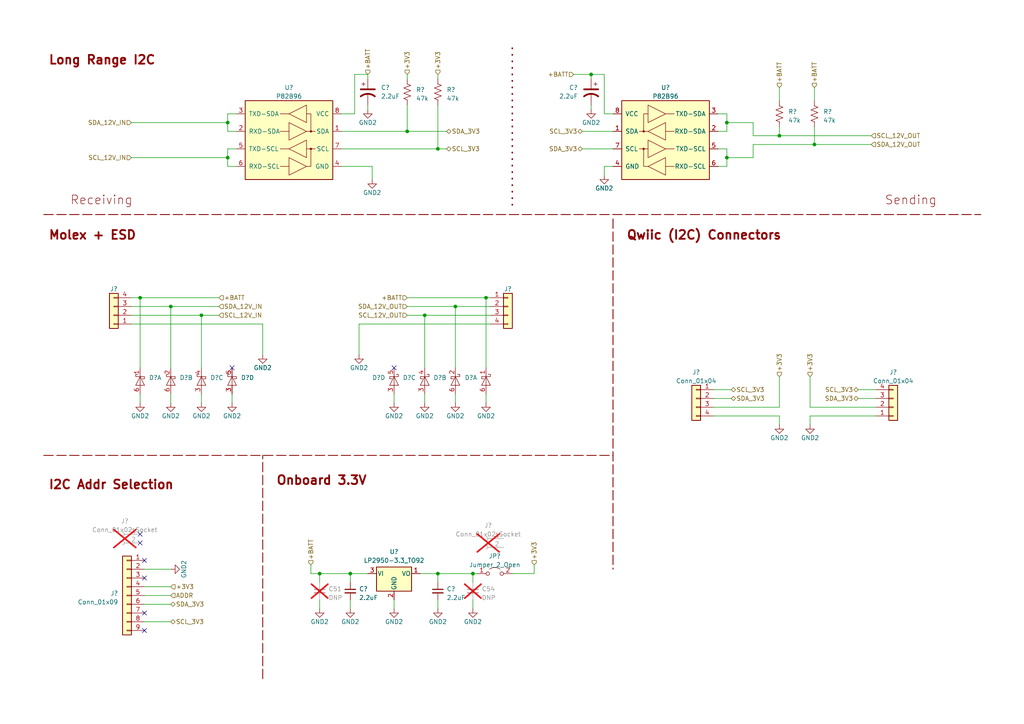
<source format=kicad_sch>
(kicad_sch (version 20230121) (generator eeschema)
  (paper "A4")
  (lib_symbols
    (symbol "Connector:Conn_01x02_Socket" (pin_names (offset 1.016) hide)
      (property "Reference" "J" (at 0 2.54 0))
      (property "Value" "Conn_01x02_Socket" (at 0 -5.08 0))
      (symbol "Conn_01x02_Socket_1_1"
        (arc (start 0 -2.032) (mid -0.5058 -2.54) (end 0 -3.048) (stroke (width 0.1524)))
        (polyline (pts (xy -1.27 -2.54) (xy -0.508 -2.54)) (stroke (width 0.1524)))
        (polyline (pts (xy -1.27 0) (xy -0.508 0)) (stroke (width 0.1524)))
        (arc (start 0 0.508) (mid -0.5058 0) (end 0 -0.508) (stroke (width 0.1524)))
        (pin passive line (at -5.08 0 0) (length 3.81) (name "Pin_1") (number "1"))
        (pin passive line (at -5.08 -2.54 0) (length 3.81) (name "Pin_2") (number "2"))
      )
    )
    (symbol "Connector_Generic:Conn_01x04" (pin_names (offset 1.016) hide)
      (property "Reference" "J" (at 0 5.08 0))
      (property "Value" "Conn_01x04" (at 0 -7.62 0))
      (symbol "Conn_01x04_1_1"
        (rectangle (start -1.27 -4.953) (end 0 -5.207) (stroke (width 0.1524)))
        (rectangle (start -1.27 -2.413) (end 0 -2.667) (stroke (width 0.1524)))
        (rectangle (start -1.27 0.127) (end 0 -0.127) (stroke (width 0.1524)))
        (rectangle (start -1.27 2.667) (end 0 2.413) (stroke (width 0.1524)))
        (rectangle (start -1.27 3.81) (end 1.27 -6.35) (stroke (width 0.254)) (fill (type background)))
        (pin passive line (at -5.08 2.54 0) (length 3.81) (name "Pin_1") (number "1"))
        (pin passive line (at -5.08 0 0) (length 3.81) (name "Pin_2") (number "2"))
        (pin passive line (at -5.08 -2.54 0) (length 3.81) (name "Pin_3") (number "3"))
        (pin passive line (at -5.08 -5.08 0) (length 3.81) (name "Pin_4") (number "4"))
      )
    )
    (symbol "Connector_Generic:Conn_01x09" (pin_names (offset 1.016) hide)
      (property "Reference" "J" (at 0 12.7 0))
      (property "Value" "Conn_01x09" (at 0 -12.7 0))
      (symbol "Conn_01x09_1_1"
        (rectangle (start -1.27 -10.033) (end 0 -10.287) (stroke (width 0.1524)))
        (rectangle (start -1.27 -7.493) (end 0 -7.747) (stroke (width 0.1524)))
        (rectangle (start -1.27 -4.953) (end 0 -5.207) (stroke (width 0.1524)))
        (rectangle (start -1.27 -2.413) (end 0 -2.667) (stroke (width 0.1524)))
        (rectangle (start -1.27 0.127) (end 0 -0.127) (stroke (width 0.1524)))
        (rectangle (start -1.27 2.667) (end 0 2.413) (stroke (width 0.1524)))
        (rectangle (start -1.27 5.207) (end 0 4.953) (stroke (width 0.1524)))
        (rectangle (start -1.27 7.747) (end 0 7.493) (stroke (width 0.1524)))
        (rectangle (start -1.27 10.287) (end 0 10.033) (stroke (width 0.1524)))
        (rectangle (start -1.27 11.43) (end 1.27 -11.43) (stroke (width 0.254)) (fill (type background)))
        (pin passive line (at -5.08 10.16 0) (length 3.81) (name "Pin_1") (number "1"))
        (pin passive line (at -5.08 7.62 0) (length 3.81) (name "Pin_2") (number "2"))
        (pin passive line (at -5.08 5.08 0) (length 3.81) (name "Pin_3") (number "3"))
        (pin passive line (at -5.08 2.54 0) (length 3.81) (name "Pin_4") (number "4"))
        (pin passive line (at -5.08 0 0) (length 3.81) (name "Pin_5") (number "5"))
        (pin passive line (at -5.08 -2.54 0) (length 3.81) (name "Pin_6") (number "6"))
        (pin passive line (at -5.08 -5.08 0) (length 3.81) (name "Pin_7") (number "7"))
        (pin passive line (at -5.08 -7.62 0) (length 3.81) (name "Pin_8") (number "8"))
        (pin passive line (at -5.08 -10.16 0) (length 3.81) (name "Pin_9") (number "9"))
      )
    )
    (symbol "Device:C_Polarized_US" (pin_numbers hide) (pin_names (offset 0.254) hide)
      (property "Reference" "C" (at 0.635 2.54 0))
      (property "Value" "C_Polarized_US" (at 0.635 -2.54 0))
      (symbol "C_Polarized_US_0_1"
        (polyline (pts (xy -2.032 0.762) (xy 2.032 0.762)) (stroke (width 0.508)))
        (polyline (pts (xy -1.778 2.286) (xy -0.762 2.286)))
        (polyline (pts (xy -1.27 1.778) (xy -1.27 2.794)))
        (arc (start 2.032 -1.27) (mid 0 -0.5572) (end -2.032 -1.27) (stroke (width 0.508)))
      )
      (symbol "C_Polarized_US_1_1"
        (pin passive line (at 0 3.81 270) (length 2.794) (name "~") (number "1"))
        (pin passive line (at 0 -3.81 90) (length 3.302) (name "~") (number "2"))
      )
    )
    (symbol "Device:C_Small" (pin_numbers hide) (pin_names (offset 0.254) hide)
      (property "Reference" "C" (at 0.254 1.778 0))
      (property "Value" "C_Small" (at 0.254 -2.032 0))
      (symbol "C_Small_0_1"
        (polyline (pts (xy -1.524 -0.508) (xy 1.524 -0.508)) (stroke (width 0.3302)))
        (polyline (pts (xy -1.524 0.508) (xy 1.524 0.508)) (stroke (width 0.3048)))
      )
      (symbol "C_Small_1_1"
        (pin passive line (at 0 2.54 270) (length 2.032) (name "~") (number "1"))
        (pin passive line (at 0 -2.54 90) (length 2.032) (name "~") (number "2"))
      )
    )
    (symbol "Device:R_US" (pin_numbers hide) (pin_names (offset 0))
      (property "Reference" "R" (at 2.54 0 90))
      (property "Value" "R_US" (at -2.54 0 90))
      (symbol "R_US_0_1"
        (polyline (pts (xy 0 -2.286) (xy 0 -2.54)))
        (polyline (pts (xy 0 2.286) (xy 0 2.54)))
        (polyline (pts (xy 0 -0.762) (xy 1.016 -1.143) (xy 0 -1.524) (xy -1.016 -1.905) (xy 0 -2.286)))
        (polyline (pts (xy 0 0.762) (xy 1.016 0.381) (xy 0 0) (xy -1.016 -0.381) (xy 0 -0.762)))
        (polyline (pts (xy 0 2.286) (xy 1.016 1.905) (xy 0 1.524) (xy -1.016 1.143) (xy 0 0.762)))
      )
      (symbol "R_US_1_1"
        (pin passive line (at 0 3.81 270) (length 1.27) (name "~") (number "1"))
        (pin passive line (at 0 -3.81 90) (length 1.27) (name "~") (number "2"))
      )
    )
    (symbol "Diode:BAT54ADW" (pin_names (offset 1.016) hide)
      (property "Reference" "D" (at 0 2.54 0))
      (property "Value" "BAT54ADW" (at 0 -2.54 0))
      (symbol "BAT54ADW_0_1"
        (polyline (pts (xy 1.27 -1.27) (xy 1.27 1.27)))
        (polyline (pts (xy 1.27 0) (xy -1.27 0)))
        (polyline (pts (xy 1.27 1.27) (xy -1.27 0) (xy 1.27 -1.27)))
        (polyline (pts (xy -0.635 0.635) (xy -0.635 1.27) (xy -1.27 1.27) (xy -1.27 -1.27) (xy -1.905 -1.27) (xy -1.905 -0.635)))
      )
      (symbol "BAT54ADW_1_1"
        (pin passive line (at -3.81 0 0) (length 2.54) (name "K") (number "1"))
        (pin passive line (at 3.81 0 180) (length 2.54) (name "A") (number "6"))
      )
      (symbol "BAT54ADW_2_1"
        (pin passive line (at -3.81 0 0) (length 2.54) (name "K") (number "2"))
        (pin passive line (at 3.81 0 180) (length 2.54) (name "A") (number "6"))
      )
      (symbol "BAT54ADW_3_1"
        (pin passive line (at 3.81 0 180) (length 2.54) (name "A") (number "3"))
        (pin passive line (at -3.81 0 0) (length 2.54) (name "K") (number "4"))
      )
      (symbol "BAT54ADW_4_1"
        (pin passive line (at 3.81 0 180) (length 2.54) (name "A") (number "3"))
        (pin passive line (at -3.81 0 0) (length 2.54) (name "K") (number "5"))
      )
    )
    (symbol "Interface_Expansion:P82B96" (pin_names (offset 1.016))
      (property "Reference" "U" (at -12.7 12.7 0))
      (property "Value" "P82B96" (at 5.08 12.7 0))
      (symbol "P82B96_0_1"
        (rectangle (start -12.7 11.43) (end 12.7 -11.43) (stroke (width 0.254)) (fill (type background)))
        (circle (center -6.35 -2.54) (radius 0.127))
        (circle (center -6.35 -2.54) (radius 0.254))
        (circle (center -6.35 2.54) (radius 0.127))
        (circle (center -6.35 2.54) (radius 0.254))
        (polyline (pts (xy -5.08 -2.54) (xy -7.62 -2.54)))
        (polyline (pts (xy 0 -7.62) (xy 2.54 -7.62)))
        (polyline (pts (xy 0 -2.54) (xy 2.54 -2.54)))
        (polyline (pts (xy -5.08 -7.62) (xy -6.35 -7.62) (xy -6.35 -2.54)))
        (polyline (pts (xy -5.08 2.54) (xy -7.62 2.54) (xy -7.62 2.54)))
        (polyline (pts (xy 0 7.62) (xy 2.54 7.62) (xy 2.54 7.62)))
        (polyline (pts (xy 2.54 2.54) (xy 0 2.54) (xy 0 2.54)))
        (polyline (pts (xy -6.35 2.54) (xy -6.35 7.62) (xy -5.08 7.62) (xy -5.08 7.62)))
        (polyline (pts (xy -5.08 0) (xy -5.08 -5.08) (xy 0 -2.54) (xy -5.08 0) (xy -5.08 0)))
        (polyline (pts (xy -5.08 10.16) (xy -5.08 5.08) (xy 0 7.62) (xy -5.08 10.16) (xy -5.08 10.16)))
        (polyline (pts (xy 0 -5.08) (xy -5.08 -7.62) (xy 0 -10.16) (xy 0 -5.08) (xy 0 -5.08)))
        (polyline (pts (xy 0 5.08) (xy -5.08 2.54) (xy 0 0) (xy 0 5.08) (xy 0 5.08)))
      )
      (symbol "P82B96_1_1"
        (pin bidirectional line (at -15.24 2.54 0) (length 2.54) (name "SDA") (number "1"))
        (pin input line (at 15.24 2.54 180) (length 2.54) (name "RXD-SDA") (number "2"))
        (pin output line (at 15.24 7.62 180) (length 2.54) (name "TXD-SDA") (number "3"))
        (pin power_in line (at -15.24 -7.62 0) (length 2.54) (name "GND") (number "4"))
        (pin output line (at 15.24 -2.54 180) (length 2.54) (name "TXD-SCL") (number "5"))
        (pin input line (at 15.24 -7.62 180) (length 2.54) (name "RXD-SCL") (number "6"))
        (pin bidirectional line (at -15.24 -2.54 0) (length 2.54) (name "SCL") (number "7"))
        (pin power_in line (at -15.24 7.62 0) (length 2.54) (name "VCC") (number "8"))
      )
    )
    (symbol "Jumper:Jumper_2_Open" (pin_names (offset 0) hide)
      (property "Reference" "JP" (at 0 2.794 0))
      (property "Value" "Jumper_2_Open" (at 0 -2.286 0))
      (symbol "Jumper_2_Open_0_0"
        (circle (center -2.032 0) (radius 0.508))
        (circle (center 2.032 0) (radius 0.508))
      )
      (symbol "Jumper_2_Open_0_1"
        (arc (start 1.524 1.27) (mid 0 1.778) (end -1.524 1.27))
      )
      (symbol "Jumper_2_Open_1_1"
        (pin passive line (at -5.08 0 0) (length 2.54) (name "A") (number "1"))
        (pin passive line (at 5.08 0 180) (length 2.54) (name "B") (number "2"))
      )
    )
    (symbol "Regulator_Linear:LP2950-3.3_TO92" (pin_names (offset 0.254))
      (property "Reference" "U" (at -3.81 3.175 0))
      (property "Value" "LP2950-3.3_TO92" (at 0 3.175 0))
      (symbol "LP2950-3.3_TO92_0_1"
        (rectangle (start -5.08 -5.08) (end 5.08 1.905) (stroke (width 0.254)) (fill (type background)))
      )
      (symbol "LP2950-3.3_TO92_1_1"
        (pin power_out line (at 7.62 0 180) (length 2.54) (name "VO") (number "1"))
        (pin power_in line (at 0 -7.62 90) (length 2.54) (name "GND") (number "2"))
        (pin power_in line (at -7.62 0 0) (length 2.54) (name "VI") (number "3"))
      )
    )
    (symbol "power:GND2" (power) (pin_names (offset 0))
      (property "Value" "GND2" (at 0 -3.81 0))
      (symbol "GND2_0_1"
        (polyline (pts (xy 0 0) (xy 0 -1.27) (xy 1.27 -1.27) (xy 0 -2.54) (xy -1.27 -1.27) (xy 0 -1.27)))
      )
      (symbol "GND2_1_1"
        (pin power_in line (at 0 0 270) (length 0) hide (name "GND2") (number "1"))
      )
    )
  )
  (junction (at 92.71 166.37))
  (junction (at 127 43.18))
  (junction (at 127 166.37))
  (junction (at 171.45 21.59))
  (junction (at 137.16 166.37))
  (junction (at 40.64 86.36))
  (junction (at 58.42 91.44))
  (junction (at 66.04 45.72))
  (junction (at 140.97 86.36))
  (junction (at 66.04 35.56))
  (junction (at 132.08 88.9))
  (junction (at 118.11 38.1))
  (junction (at 226.06 39.37))
  (junction (at 49.53 88.9))
  (junction (at 101.6 166.37))
  (junction (at 123.19 91.44))
  (junction (at 210.82 35.56))
  (junction (at 210.82 45.72))
  (junction (at 236.22 41.91))
  (no_connect (at 40.64 157.48))
  (no_connect (at 41.91 167.64))
  (no_connect (at 114.3 106.68))
  (no_connect (at 67.31 106.68))
  (no_connect (at 40.64 154.94))
  (no_connect (at 41.91 182.88))
  (no_connect (at 41.91 162.56))
  (no_connect (at 41.91 177.8))
  (wire (pts (xy 210.82 35.56) (xy 210.82 38.1)))
  (wire (pts (xy 234.95 123.19) (xy 234.95 120.65)))
  (wire (pts (xy 68.58 38.1) (xy 66.04 38.1)))
  (wire (pts (xy 58.42 114.3) (xy 58.42 116.84)))
  (wire (pts (xy 66.04 33.02) (xy 68.58 33.02)))
  (wire (pts (xy 171.45 21.59) (xy 171.45 22.86)))
  (wire (pts (xy 40.64 86.36) (xy 40.64 106.68)))
  (wire (pts (xy 40.64 114.3) (xy 40.64 116.84)))
  (wire (pts (xy 127 166.37) (xy 137.16 166.37)))
  (wire (pts (xy 168.91 38.1) (xy 177.8 38.1)))
  (wire (pts (xy 171.45 21.59) (xy 175.26 21.59)))
  (wire (pts (xy 140.97 114.3) (xy 140.97 116.84)))
  (wire (pts (xy 92.71 166.37) (xy 92.71 168.91)))
  (wire (pts (xy 114.3 114.3) (xy 114.3 116.84)))
  (wire (pts (xy 207.01 115.57) (xy 212.09 115.57)))
  (wire (pts (xy 148.59 166.37) (xy 154.94 166.37)))
  (wire (pts (xy 175.26 48.26) (xy 177.8 48.26)))
  (wire (pts (xy 168.91 43.18) (xy 177.8 43.18)))
  (wire (pts (xy 106.68 21.59) (xy 106.68 22.86)))
  (wire (pts (xy 137.16 166.37) (xy 138.43 166.37)))
  (wire (pts (xy 154.94 166.37) (xy 154.94 163.83)))
  (wire (pts (xy 49.53 88.9) (xy 63.5 88.9)))
  (wire (pts (xy 40.64 86.36) (xy 63.5 86.36)))
  (wire (pts (xy 175.26 21.59) (xy 175.26 33.02)))
  (wire (pts (xy 226.06 25.4) (xy 226.06 29.21)))
  (wire (pts (xy 92.71 166.37) (xy 101.6 166.37)))
  (wire (pts (xy 66.04 35.56) (xy 66.04 38.1)))
  (wire (pts (xy 175.26 33.02) (xy 177.8 33.02)))
  (wire (pts (xy 210.82 43.18) (xy 210.82 45.72)))
  (wire (pts (xy 99.06 43.18) (xy 127 43.18)))
  (wire (pts (xy 226.06 36.83) (xy 226.06 39.37)))
  (wire (pts (xy 166.37 21.59) (xy 171.45 21.59)))
  (wire (pts (xy 41.91 170.18) (xy 49.53 170.18)))
  (wire (pts (xy 210.82 35.56) (xy 218.44 35.56)))
  (wire (pts (xy 66.04 48.26) (xy 68.58 48.26)))
  (wire (pts (xy 38.1 86.36) (xy 40.64 86.36)))
  (wire (pts (xy 218.44 39.37) (xy 226.06 39.37)))
  (wire (pts (xy 102.87 33.02) (xy 102.87 21.59)))
  (wire (pts (xy 121.92 166.37) (xy 127 166.37)))
  (wire (pts (xy 67.31 114.3) (xy 67.31 116.84)))
  (wire (pts (xy 226.06 123.19) (xy 226.06 120.65)))
  (polyline (pts (xy 12.7 132.08) (xy 177.8 132.08)) (stroke (width 0.25) (type dash) (color 132 0 0 1)))
  (wire (pts (xy 99.06 33.02) (xy 102.87 33.02)))
  (wire (pts (xy 38.1 88.9) (xy 49.53 88.9)))
  (wire (pts (xy 38.1 45.72) (xy 66.04 45.72)))
  (wire (pts (xy 208.28 33.02) (xy 210.82 33.02)))
  (wire (pts (xy 254 115.57) (xy 248.92 115.57)))
  (wire (pts (xy 226.06 120.65) (xy 207.01 120.65)))
  (wire (pts (xy 38.1 91.44) (xy 58.42 91.44)))
  (wire (pts (xy 226.06 118.11) (xy 207.01 118.11)))
  (polyline (pts (xy 76.2 196.85) (xy 76.2 132.08)) (stroke (width 0.25) (type dash) (color 132 0 0 1)))
  (wire (pts (xy 106.68 166.37) (xy 101.6 166.37)))
  (wire (pts (xy 92.71 173.99) (xy 92.71 176.53)))
  (wire (pts (xy 106.68 30.48) (xy 106.68 31.75)))
  (wire (pts (xy 58.42 91.44) (xy 58.42 106.68)))
  (wire (pts (xy 226.06 109.22) (xy 226.06 118.11)))
  (wire (pts (xy 207.01 113.03) (xy 212.09 113.03)))
  (wire (pts (xy 142.24 93.98) (xy 104.14 93.98)))
  (wire (pts (xy 66.04 45.72) (xy 66.04 48.26)))
  (wire (pts (xy 123.19 106.68) (xy 123.19 91.44)))
  (wire (pts (xy 114.3 173.99) (xy 114.3 176.53)))
  (wire (pts (xy 118.11 91.44) (xy 123.19 91.44)))
  (wire (pts (xy 137.16 173.99) (xy 137.16 176.53)))
  (wire (pts (xy 66.04 43.18) (xy 66.04 45.72)))
  (wire (pts (xy 38.1 93.98) (xy 76.2 93.98)))
  (wire (pts (xy 234.95 109.22) (xy 234.95 118.11)))
  (wire (pts (xy 99.06 48.26) (xy 107.95 48.26)))
  (wire (pts (xy 234.95 120.65) (xy 254 120.65)))
  (polyline (pts (xy 177.8 63.5) (xy 177.8 165.1)) (stroke (width 0.25) (type dash) (color 132 0 0 1)))
  (wire (pts (xy 210.82 48.26) (xy 208.28 48.26)))
  (wire (pts (xy 226.06 39.37) (xy 252.73 39.37)))
  (wire (pts (xy 234.95 118.11) (xy 254 118.11)))
  (wire (pts (xy 66.04 33.02) (xy 66.04 35.56)))
  (wire (pts (xy 118.11 30.48) (xy 118.11 38.1)))
  (wire (pts (xy 123.19 114.3) (xy 123.19 116.84)))
  (wire (pts (xy 175.26 50.8) (xy 175.26 48.26)))
  (wire (pts (xy 254 113.03) (xy 248.92 113.03)))
  (wire (pts (xy 118.11 88.9) (xy 132.08 88.9)))
  (wire (pts (xy 76.2 93.98) (xy 76.2 102.87)))
  (wire (pts (xy 123.19 91.44) (xy 142.24 91.44)))
  (wire (pts (xy 38.1 35.56) (xy 66.04 35.56)))
  (wire (pts (xy 90.17 166.37) (xy 92.71 166.37)))
  (wire (pts (xy 218.44 41.91) (xy 218.44 45.72)))
  (wire (pts (xy 90.17 163.83) (xy 90.17 166.37)))
  (wire (pts (xy 41.91 180.34) (xy 49.53 180.34)))
  (wire (pts (xy 58.42 91.44) (xy 63.5 91.44)))
  (wire (pts (xy 140.97 86.36) (xy 140.97 106.68)))
  (wire (pts (xy 107.95 48.26) (xy 107.95 52.07)))
  (wire (pts (xy 236.22 25.4) (xy 236.22 29.21)))
  (wire (pts (xy 132.08 88.9) (xy 142.24 88.9)))
  (wire (pts (xy 132.08 88.9) (xy 132.08 106.68)))
  (wire (pts (xy 99.06 38.1) (xy 118.11 38.1)))
  (wire (pts (xy 218.44 45.72) (xy 210.82 45.72)))
  (wire (pts (xy 210.82 33.02) (xy 210.82 35.56)))
  (wire (pts (xy 102.87 21.59) (xy 106.68 21.59)))
  (wire (pts (xy 41.91 172.72) (xy 49.53 172.72)))
  (wire (pts (xy 132.08 114.3) (xy 132.08 116.84)))
  (wire (pts (xy 218.44 35.56) (xy 218.44 39.37)))
  (wire (pts (xy 41.91 165.1) (xy 49.53 165.1)))
  (wire (pts (xy 118.11 38.1) (xy 129.54 38.1)))
  (polyline (pts (xy 148.59 13.97) (xy 148.59 59.69)) (stroke (width 0.45) (type dot) (color 132 0 0 1)))
  (wire (pts (xy 171.45 30.48) (xy 171.45 31.75)))
  (wire (pts (xy 127 30.48) (xy 127 43.18)))
  (polyline (pts (xy 12.7 62.23) (xy 284.48 62.23)) (stroke (width 0.25) (type dash) (color 132 0 0 1)))
  (wire (pts (xy 41.91 175.26) (xy 49.53 175.26)))
  (wire (pts (xy 208.28 43.18) (xy 210.82 43.18)))
  (wire (pts (xy 101.6 166.37) (xy 101.6 168.91)))
  (wire (pts (xy 236.22 36.83) (xy 236.22 41.91)))
  (wire (pts (xy 127 21.59) (xy 127 22.86)))
  (wire (pts (xy 127 173.99) (xy 127 176.53)))
  (wire (pts (xy 252.73 41.91) (xy 236.22 41.91)))
  (wire (pts (xy 127 166.37) (xy 127 168.91)))
  (wire (pts (xy 104.14 93.98) (xy 104.14 102.87)))
  (wire (pts (xy 49.53 114.3) (xy 49.53 116.84)))
  (wire (pts (xy 127 43.18) (xy 129.54 43.18)))
  (wire (pts (xy 137.16 166.37) (xy 137.16 168.91)))
  (wire (pts (xy 140.97 86.36) (xy 142.24 86.36)))
  (wire (pts (xy 210.82 45.72) (xy 210.82 48.26)))
  (wire (pts (xy 118.11 86.36) (xy 140.97 86.36)))
  (wire (pts (xy 210.82 38.1) (xy 208.28 38.1)))
  (wire (pts (xy 49.53 88.9) (xy 49.53 106.68)))
  (wire (pts (xy 118.11 21.59) (xy 118.11 22.86)))
  (wire (pts (xy 236.22 41.91) (xy 218.44 41.91)))
  (wire (pts (xy 68.58 43.18) (xy 66.04 43.18)))
  (wire (pts (xy 101.6 173.99) (xy 101.6 176.53)))
  (text "Sending" (at 271.78 59.69 0) (effects (font (size 2.54 2.54)) (justify right bottom)))
  (text "Long Range I2C" (at 13.97 19.05 0) (effects (font (size 2.54 2.54) (thickness 0.508) bold) (justify left bottom)))
  (text "Molex + ESD" (at 13.97 69.85 0) (effects (font (size 2.54 2.54) (thickness 0.508) bold) (justify left bottom)))
  (text "I2C Addr Selection" (at 13.97 142.24 0) (effects (font (size 2.54 2.54) (thickness 0.508) bold) (justify left bottom)))
  (text "Qwiic (I2C) Connectors" (at 181.61 69.85 0) (effects (font (size 2.54 2.54) (thickness 0.508) bold) (justify left bottom)))
  (text "Receiving" (at 20.32 59.69 0) (effects (font (size 2.54 2.54)) (justify left bottom)))
  (text "Onboard 3.3V" (at 80.01 140.97 0) (effects (font (size 2.54 2.54) (thickness 0.508) bold) (justify left bottom)))
  (hierarchical_label "SDA_12V_OUT" (shape input) (at 118.11 88.9 180))
  (hierarchical_label "+3V3" (shape input) (at 118.11 21.59 90))
  (hierarchical_label "SCL_12V_OUT" (shape input) (at 118.11 91.44 180))
  (hierarchical_label "SCL_12V_OUT" (shape input) (at 252.73 39.37 0))
  (hierarchical_label "+3V3" (shape input) (at 127 21.59 90))
  (hierarchical_label "ADDR" (shape input) (at 49.53 172.72 0))
  (hierarchical_label "+BATT" (shape input) (at 118.11 86.36 180))
  (hierarchical_label "SDA_12V_IN" (shape input) (at 38.1 35.56 180))
  (hierarchical_label "+BATT" (shape input) (at 226.06 25.4 90))
  (hierarchical_label "SDA_3V3" (shape bidirectional) (at 212.09 115.57 0))
  (hierarchical_label "SDA_3V3" (shape bidirectional) (at 168.91 43.18 180))
  (hierarchical_label "SCL_3V3" (shape bidirectional) (at 248.92 113.03 180))
  (hierarchical_label "+BATT" (shape input) (at 63.5 86.36 0))
  (hierarchical_label "SDA_3V3" (shape bidirectional) (at 248.92 115.57 180))
  (hierarchical_label "SCL_3V3" (shape bidirectional) (at 168.91 38.1 180))
  (hierarchical_label "SDA_12V_IN" (shape input) (at 63.5 88.9 0))
  (hierarchical_label "SDA_3V3" (shape bidirectional) (at 129.54 38.1 0))
  (hierarchical_label "+BATT" (shape input) (at 106.68 21.59 90))
  (hierarchical_label "SCL_3V3" (shape bidirectional) (at 212.09 113.03 0))
  (hierarchical_label "+3V3" (shape input) (at 226.06 109.22 90))
  (hierarchical_label "+3V3" (shape input) (at 49.53 170.18 0))
  (hierarchical_label "SDA_3V3" (shape bidirectional) (at 49.53 175.26 0))
  (hierarchical_label "+BATT" (shape input) (at 90.17 163.83 90))
  (hierarchical_label "SCL_12V_IN" (shape input) (at 63.5 91.44 0))
  (hierarchical_label "+3V3" (shape input) (at 154.94 163.83 90))
  (hierarchical_label "+BATT" (shape input) (at 236.22 25.4 90))
  (hierarchical_label "SCL_3V3" (shape bidirectional) (at 129.54 43.18 0))
  (hierarchical_label "SDA_12V_OUT" (shape input) (at 252.73 41.91 0))
  (hierarchical_label "SCL_3V3" (shape bidirectional) (at 49.53 180.34 0))
  (hierarchical_label "+3V3" (shape input) (at 234.95 109.22 90))
  (hierarchical_label "SCL_12V_IN" (shape input) (at 38.1 45.72 180))
  (hierarchical_label "+BATT" (shape input) (at 166.37 21.59 180))
  (symbol (lib_id "power:GND2") (at 92.71 176.53 0) (unit 1)
    (property "Reference" "#PWR?" (effects hide))
    (property "Value" "GND2" (at 92.71 180.34 0))
    (instances (project "dboards" (path "" (reference "#PWR?") (unit 1)) (path "" (reference "#PWR?") (unit 1))) (project "dboards-02" (path "" (reference "#PWR0180") (unit 1))))
  )
  (symbol (lib_id "Device:C_Small") (at 137.16 171.45 0) (unit 1) (in_bom no) (dnp yes)
    (property "Reference" "C54" (at 139.7 170.8213 0) (effects (justify left)))
    (property "Value" "DNP" (at 139.7 173.3613 0) (effects (justify left)))
    (property "Footprint" "Capacitor_THT:C_Disc_D5.0mm_W2.5mm_P5.00mm" (effects hide))
  )
  (symbol (lib_id "Diode:BAT54ADW") (at 114.3 110.49 90) (mirror x) (unit 4)
    (property "Reference" "D?" (at 111.76 109.5375 90) (effects (justify left)))
    (property "Value" "BAT54ADW" (effects hide))
    (property "Footprint" "Package_TO_SOT_SMD:SOT-363_SC-70-6" (effects hide))
    (property "Datasheet" "https://www.diodes.com/assets/Datasheets/BAT54TW_ADW_CDW_SDW_BRW.pdf" (effects hide))
    (property "DigiKey PN" "BAT54ADW-FDICT-ND" (effects hide))
    (property "MPN" "BAT54ADW-7-F" (effects hide))
    (property "Manufacturer" "Diodes Incorporated" (effects hide))
    (instances (project "dboards" (path "" (reference "D?") (unit 4))) (project "dboards-02" (path "" (reference "D16") (unit 4))))
  )
  (symbol (lib_id "Diode:BAT54ADW") (at 123.19 110.49 90) (mirror x) (unit 3)
    (property "Reference" "D?" (at 120.65 109.5375 90) (effects (justify left)))
    (property "Value" "BAT54ADW" (effects hide))
    (property "Footprint" "Package_TO_SOT_SMD:SOT-363_SC-70-6" (effects hide))
    (property "Datasheet" "https://www.diodes.com/assets/Datasheets/BAT54TW_ADW_CDW_SDW_BRW.pdf" (effects hide))
    (property "DigiKey PN" "BAT54ADW-FDICT-ND" (effects hide))
    (property "MPN" "BAT54ADW-7-F" (effects hide))
    (property "Manufacturer" "Diodes Incorporated" (effects hide))
    (instances (project "dboards" (path "" (reference "D?") (unit 3))) (project "dboards-02" (path "" (reference "D16") (unit 3))))
  )
  (symbol (lib_id "power:GND2") (at 67.31 116.84 0) (unit 1)
    (property "Reference" "#PWR?" (effects hide))
    (property "Value" "GND2" (at 67.31 120.65 0))
    (instances (project "dboards" (path "" (reference "#PWR?") (unit 1))) (project "dboards-02" (path "" (reference "#PWR0172") (unit 1))))
  )
  (symbol (lib_id "power:GND2") (at 140.97 116.84 0) (mirror y) (unit 1)
    (property "Reference" "#PWR?" (effects hide))
    (property "Value" "GND2" (at 140.97 120.65 0))
    (instances (project "dboards" (path "" (reference "#PWR?") (unit 1))) (project "dboards-02" (path "" (reference "#PWR0176") (unit 1))))
  )
  (symbol (lib_id "power:GND2") (at 137.16 176.53 0) (unit 1)
    (property "Reference" "#PWR?" (effects hide))
    (property "Value" "GND2" (at 137.16 180.34 0))
    (instances (project "dboards" (path "" (reference "#PWR?") (unit 1)) (path "" (reference "#PWR?") (unit 1))) (project "dboards-02" (path "" (reference "#PWR0184") (unit 1))))
  )
  (symbol (lib_id "Device:C_Small") (at 101.6 171.45 0) (unit 1)
    (property "Reference" "C?" (at 104.14 170.8213 0) (effects (justify left)))
    (property "Value" "2.2uF" (at 104.14 173.3613 0) (effects (justify left)))
    (property "Footprint" "Capacitor_SMD:C_0805_2012Metric_Pad1.18x1.45mm_HandSolder" (effects hide))
    (property "Datasheet" "https://media.digikey.com/pdf/Data%20Sheets/Samsung%20PDFs/CL21B225KPFNNNE_Spec.pdf" (effects hide))
    (property "DigiKey PN" "1276-1188-1-ND" (effects hide))
    (property "MPN" "CL21B225KPFNNNE" (effects hide))
    (property "Manufacturer" "Samsung Electro-Mechanics" (effects hide))
    (instances (project "dboards" (path "" (reference "C?") (unit 1)) (path "" (reference "C?") (unit 1))) (project "dboards-02" (path "" (reference "C52") (unit 1))))
  )
  (symbol (lib_id "Connector_Generic:Conn_01x04") (at 33.02 91.44 180) (unit 1)
    (property "Reference" "J?" (at 33.02 83.82 0))
    (property "Value" "Conn_01x04_MountingPin" (effects hide))
    (property "Footprint" "Connector_PinHeader_2.54mm:PinHeader_1x04_P2.54mm_Vertical" (effects hide))
    (property "Datasheet" "https://www.molex.com/pdm_docs/sd/022284045_sd.pdf" (effects hide))
    (property "DigiKey PN" "900-0022284045-ND" (effects hide))
    (property "MPN" "0022284045" (effects hide))
    (property "Manufacturer" "Molex" (effects hide))
    (instances (project "dboards" (path "" (reference "J?") (unit 1))) (project "dboards-02" (path "" (reference "J36") (unit 1))))
  )
  (symbol (lib_id "power:GND2") (at 101.6 176.53 0) (unit 1)
    (property "Reference" "#PWR?" (effects hide))
    (property "Value" "GND2" (at 101.6 180.34 0))
    (instances (project "dboards" (path "" (reference "#PWR?") (unit 1)) (path "" (reference "#PWR?") (unit 1))) (project "dboards-02" (path "" (reference "#PWR0181") (unit 1))))
  )
  (symbol (lib_id "power:GND2") (at 106.68 31.75 0) (unit 1)
    (property "Reference" "#PWR?" (effects hide))
    (property "Value" "GND2" (at 106.68 35.56 0))
    (instances (project "dboards" (path "" (reference "#PWR?") (unit 1))) (project "dboards-02" (path "" (reference "#PWR0163") (unit 1))))
  )
  (symbol (lib_id "power:GND2") (at 107.95 52.07 0) (unit 1)
    (property "Reference" "#PWR?" (effects hide))
    (property "Value" "GND2" (at 107.95 55.88 0))
    (instances (project "dboards" (path "" (reference "#PWR?") (unit 1))) (project "dboards-02" (path "" (reference "#PWR0166") (unit 1))))
  )
  (symbol (lib_id "power:GND2") (at 76.2 102.87 0) (unit 1)
    (property "Reference" "#PWR?" (effects hide))
    (property "Value" "GND2" (at 76.2 106.68 0))
    (instances (project "dboards" (path "" (reference "#PWR?") (unit 1))) (project "dboards-02" (path "" (reference "#PWR0167") (unit 1))))
  )
  (symbol (lib_id "Connector:Conn_01x02_Socket") (at 35.56 154.94 0) (mirror y) (unit 1) (on_board no) (dnp yes)
    (property "Reference" "J?" (at 36.195 151.13 0))
    (property "Value" "Conn_01x02_Socket" (at 36.195 153.67 0))
    (property "Footprint" "Connector:JWT_A3963_1x02_P3.96mm_Vertical" (effects hide))
    (property "Datasheet" "https://s3.amazonaws.com/catalogspreads-pdf/PAGE128-129%20.100%20JUMPER.pdf" (effects hide))
    (property "DigiKey PN" "S9337-ND" (effects hide))
    (property "MPN" "QPC02SXGN-RC" (effects hide))
    (property "Manufacturer" "Sullins Connector Solutions" (effects hide))
    (instances (project "dboards" (path "" (reference "J?") (unit 1))) (project "dboards-02" (path "" (reference "J39") (unit 1))))
  )
  (symbol (lib_id "Diode:BAT54ADW") (at 40.64 110.49 270) (unit 1)
    (property "Reference" "D?" (at 43.18 109.5375 90) (effects (justify left)))
    (property "Value" "BAT54ADW" (effects hide))
    (property "Footprint" "Package_TO_SOT_SMD:SOT-363_SC-70-6" (effects hide))
    (property "Datasheet" "https://www.diodes.com/assets/Datasheets/BAT54TW_ADW_CDW_SDW_BRW.pdf" (effects hide))
    (property "DigiKey PN" "BAT54ADW-FDICT-ND" (effects hide))
    (property "MPN" "BAT54ADW-7-F" (effects hide))
    (property "Manufacturer" "Diodes Incorporated" (effects hide))
    (instances (project "dboards" (path "" (reference "D?") (unit 1))) (project "dboards-02" (path "" (reference "D15") (unit 1))))
  )
  (symbol (lib_id "power:GND2") (at 58.42 116.84 0) (unit 1)
    (property "Reference" "#PWR?" (effects hide))
    (property "Value" "GND2" (at 58.42 120.65 0))
    (instances (project "dboards" (path "" (reference "#PWR?") (unit 1))) (project "dboards-02" (path "" (reference "#PWR0171") (unit 1))))
  )
  (symbol (lib_id "power:GND2") (at 132.08 116.84 0) (mirror y) (unit 1)
    (property "Reference" "#PWR?" (effects hide))
    (property "Value" "GND2" (at 132.08 120.65 0))
    (instances (project "dboards" (path "" (reference "#PWR?") (unit 1))) (project "dboards-02" (path "" (reference "#PWR0175") (unit 1))))
  )
  (symbol (lib_id "Connector_Generic:Conn_01x09") (at 36.83 172.72 0) (mirror y) (unit 1)
    (property "Reference" "J?" (at 34.29 172.085 0) (effects (justify left)))
    (property "Value" "Conn_01x09" (at 34.29 174.625 0) (effects (justify left)))
    (property "Footprint" "Rumission:PinHeader_2x02_P2.54mm_Vertical" (effects hide))
    (property "Datasheet" "https://suddendocs.samtec.com/prints/tsw-xxx-xx-x-x-xx-xxx-footprint.pdf" (effects hide))
    (property "DigiKey PN" "SAM10328-ND" (effects hide))
    (property "MPN" "TSW-103-07-G-T" (effects hide))
    (property "Manufacturer" "Samtec Inc." (effects hide))
    (instances (project "dboards" (path "" (reference "J?") (unit 1))) (project "dboards-02" (path "" (reference "J41") (unit 1))))
  )
  (symbol (lib_id "Diode:BAT54ADW") (at 58.42 110.49 270) (unit 3)
    (property "Reference" "D?" (at 60.96 109.5375 90) (effects (justify left)))
    (property "Value" "BAT54ADW" (effects hide))
    (property "Footprint" "Package_TO_SOT_SMD:SOT-363_SC-70-6" (effects hide))
    (property "Datasheet" "https://www.diodes.com/assets/Datasheets/BAT54TW_ADW_CDW_SDW_BRW.pdf" (effects hide))
    (property "DigiKey PN" "BAT54ADW-FDICT-ND" (effects hide))
    (property "MPN" "BAT54ADW-7-F" (effects hide))
    (property "Manufacturer" "Diodes Incorporated" (effects hide))
    (instances (project "dboards" (path "" (reference "D?") (unit 3))) (project "dboards-02" (path "" (reference "D15") (unit 3))))
  )
  (symbol (lib_id "Interface_Expansion:P82B96") (at 83.82 40.64 0) (mirror y) (unit 1)
    (property "Reference" "U?" (at 83.82 25.4 0))
    (property "Value" "P82B96" (at 83.82 27.94 0))
    (property "Footprint" "Package_SO:SOIC-8_3.9x4.9mm_P1.27mm" (effects hide))
    (property "Datasheet" "http://www.nxp.com/documents/data_sheet/P82B96.pdf" (effects hide))
    (property "DigiKey PN" "296-20942-1-ND" (effects hide))
    (property "MPN" "P82B96DR" (effects hide))
    (property "Manufacturer" "Texas Instruments" (effects hide))
    (instances (project "dboards" (path "" (reference "U?") (unit 1))) (project "dboards-02" (path "" (reference "U24") (unit 1))))
  )
  (symbol (lib_id "Device:R_US") (at 127 26.67 0) (unit 1)
    (property "Reference" "R?" (at 129.54 26.035 0) (effects (justify left)))
    (property "Value" "47k" (at 129.54 28.575 0) (effects (justify left)))
    (property "Footprint" "Resistor_THT:R_Axial_DIN0207_L6.3mm_D2.5mm_P10.16mm_Horizontal" (effects hide))
    (property "Datasheet" "https://www.yageo.com/upload/media/product/productsearch/datasheet/lr/YAGEO%20MFR_datasheet_2021v1.pdf" (effects hide))
    (property "DigiKey PN" "13-MFR-25FRF52-47KCT-ND" (effects hide))
    (property "MPN" "MFR-25FRF52-47K" (effects hide))
    (property "Manufacturer" "YAGEO" (effects hide))
    (instances (project "dboards" (path "" (reference "R?") (unit 1))) (project "dboards-02" (path "" (reference "R70") (unit 1))))
  )
  (symbol (lib_id "power:GND2") (at 114.3 176.53 0) (unit 1)
    (property "Reference" "#PWR?" (effects hide))
    (property "Value" "GND2" (at 114.3 180.34 0))
    (instances (project "dboards" (path "" (reference "#PWR?") (unit 1)) (path "" (reference "#PWR?") (unit 1))) (project "dboards-02" (path "" (reference "#PWR0182") (unit 1))))
  )
  (symbol (lib_id "Connector_Generic:Conn_01x04") (at 259.08 118.11 0) (mirror x) (unit 1)
    (property "Reference" "J?" (at 259.08 107.95 0))
    (property "Value" "Conn_01x04" (at 259.08 110.49 0))
    (property "Footprint" "Connector_JST:JST_SH_BM04B-SRSS-TB_1x04-1MP_P1.00mm_Vertical" (effects hide))
    (property "Datasheet" "https://www.jst-mfg.com/product/pdf/eng/eSH.pdf" (effects hide))
    (property "DigiKey PN" "455-1790-1-ND" (effects hide))
    (property "MPN" "BM04B-SRSS-TB(LF)(SN)" (effects hide))
    (property "Manufacturer" "JST Sales America Inc." (effects hide))
    (instances (project "dboards" (path "" (reference "J?") (unit 1))) (project "dboards-02" (path "" (reference "J38") (unit 1))))
  )
  (symbol (lib_id "power:GND2") (at 226.06 123.19 0) (unit 1)
    (property "Reference" "#PWR?" (effects hide))
    (property "Value" "GND2" (at 226.06 127 0))
    (instances (project "dboards" (path "" (reference "#PWR?") (unit 1))) (project "dboards-02" (path "" (reference "#PWR0177") (unit 1))))
  )
  (symbol (lib_id "Diode:BAT54ADW") (at 140.97 110.49 90) (mirror x) (unit 1)
    (property "Reference" "D?" (at 138.43 109.5375 90) (effects (justify left)))
    (property "Value" "BAT54ADW" (effects hide))
    (property "Footprint" "Package_TO_SOT_SMD:SOT-363_SC-70-6" (effects hide))
    (property "Datasheet" "https://www.diodes.com/assets/Datasheets/BAT54TW_ADW_CDW_SDW_BRW.pdf" (effects hide))
    (property "DigiKey PN" "BAT54ADW-FDICT-ND" (effects hide))
    (property "MPN" "BAT54ADW-7-F" (effects hide))
    (property "Manufacturer" "Diodes Incorporated" (effects hide))
    (instances (project "dboards" (path "" (reference "D?") (unit 1))) (project "dboards-02" (path "" (reference "D16") (unit 1))))
  )
  (symbol (lib_id "Jumper:Jumper_2_Open") (at 143.51 166.37 0) (unit 1)
    (property "Reference" "JP?" (at 143.51 161.29 0))
    (property "Value" "Jumper_2_Open" (at 143.51 163.83 0))
    (property "Footprint" "Connector_PinHeader_2.54mm:PinHeader_1x02_P2.54mm_Vertical" (effects hide))
    (property "Datasheet" "https://cdn.amphenol-cs.com/media/wysiwyg/files/drawing/77311.pdf" (effects hide))
    (property "DigiKey PN" "609-4434-ND" (effects hide))
    (property "MPN" "77311-118-02LF" (effects hide))
    (property "Manufacturer" "Amphenol ICC (FCI)" (effects hide))
    (instances (project "dboards" (path "" (reference "JP?") (unit 1))) (project "dboards-02" (path "" (reference "JP2") (unit 1))))
  )
  (symbol (lib_id "Connector_Generic:Conn_01x04") (at 201.93 115.57 0) (mirror y) (unit 1)
    (property "Reference" "J?" (at 201.93 107.95 0))
    (property "Value" "Conn_01x04" (at 201.93 110.49 0))
    (property "Footprint" "Connector_JST:JST_SH_BM04B-SRSS-TB_1x04-1MP_P1.00mm_Vertical" (effects hide))
    (property "Datasheet" "https://www.jst-mfg.com/product/pdf/eng/eSH.pdf" (effects hide))
    (property "DigiKey PN" "455-1790-1-ND" (effects hide))
    (property "MPN" "BM04B-SRSS-TB(LF)(SN)" (effects hide))
    (property "Manufacturer" "JST Sales America Inc." (effects hide))
    (instances (project "dboards" (path "" (reference "J?") (unit 1))) (project "dboards-02" (path "" (reference "J37") (unit 1))))
  )
  (symbol (lib_id "Device:C_Polarized_US") (at 171.45 26.67 0) (mirror y) (unit 1)
    (property "Reference" "C?" (at 167.64 25.4 0) (effects (justify left)))
    (property "Value" "2.2uF" (at 167.64 27.94 0) (effects (justify left)))
    (property "Footprint" "Capacitor_THT:CP_Radial_D5.0mm_P2.00mm" (effects hide))
    (property "Datasheet" "https://connect.kemet.com:7667/gateway/IntelliData-ComponentDocumentation/1.0/download/datasheet/ESK225M100AC3AA" (effects hide))
    (property "DigiKey PN" "399-18273-ND" (effects hide))
    (property "MPN" "ESK225M100AC3AA" (effects hide))
    (property "Manufacturer" "KEMET" (effects hide))
    (instances (project "dboards" (path "" (reference "C?") (unit 1)) (path "" (reference "C?") (unit 1))) (project "dboards-02" (path "" (reference "C45") (unit 1)) (path "" (reference "C50") (unit 1))))
  )
  (symbol (lib_id "Device:R_US") (at 236.22 33.02 0) (unit 1)
    (property "Reference" "R?" (at 238.76 32.385 0) (effects (justify left)))
    (property "Value" "47k" (at 238.76 34.925 0) (effects (justify left)))
    (property "Footprint" "Resistor_THT:R_Axial_DIN0207_L6.3mm_D2.5mm_P10.16mm_Horizontal" (effects hide))
    (property "Datasheet" "https://www.yageo.com/upload/media/product/productsearch/datasheet/lr/YAGEO%20MFR_datasheet_2021v1.pdf" (effects hide))
    (property "DigiKey PN" "13-MFR-25FRF52-47KCT-ND" (effects hide))
    (property "MPN" "MFR-25FRF52-47K" (effects hide))
    (property "Manufacturer" "YAGEO" (effects hide))
    (instances (project "dboards" (path "" (reference "R?") (unit 1))) (project "dboards-02" (path "" (reference "R72") (unit 1))))
  )
  (symbol (lib_id "power:GND2") (at 234.95 123.19 0) (mirror y) (unit 1)
    (property "Reference" "#PWR?" (effects hide))
    (property "Value" "GND2" (at 234.95 127 0))
    (instances (project "dboards" (path "" (reference "#PWR?") (unit 1))) (project "dboards-02" (path "" (reference "#PWR0178") (unit 1))))
  )
  (symbol (lib_id "power:GND2") (at 104.14 102.87 0) (mirror y) (unit 1)
    (property "Reference" "#PWR?" (effects hide))
    (property "Value" "GND2" (at 104.14 106.68 0))
    (instances (project "dboards" (path "" (reference "#PWR?") (unit 1))) (project "dboards-02" (path "" (reference "#PWR0168") (unit 1))))
  )
  (symbol (lib_id "power:GND2") (at 171.45 31.75 0) (mirror y) (unit 1)
    (property "Reference" "#PWR?" (effects hide))
    (property "Value" "GND2" (at 171.45 35.56 0))
    (instances (project "dboards" (path "" (reference "#PWR?") (unit 1))) (project "dboards-02" (path "" (reference "#PWR0164") (unit 1))))
  )
  (symbol (lib_id "Device:R_US") (at 226.06 33.02 0) (unit 1)
    (property "Reference" "R?" (at 228.6 32.385 0) (effects (justify left)))
    (property "Value" "47k" (at 228.6 34.925 0) (effects (justify left)))
    (property "Footprint" "Resistor_THT:R_Axial_DIN0207_L6.3mm_D2.5mm_P10.16mm_Horizontal" (effects hide))
    (property "Datasheet" "https://www.yageo.com/upload/media/product/productsearch/datasheet/lr/YAGEO%20MFR_datasheet_2021v1.pdf" (effects hide))
    (property "DigiKey PN" "13-MFR-25FRF52-47KCT-ND" (effects hide))
    (property "MPN" "MFR-25FRF52-47K" (effects hide))
    (property "Manufacturer" "YAGEO" (effects hide))
    (instances (project "dboards" (path "" (reference "R?") (unit 1))) (project "dboards-02" (path "" (reference "R71") (unit 1))))
  )
  (symbol (lib_id "power:GND2") (at 127 176.53 0) (unit 1)
    (property "Reference" "#PWR?" (effects hide))
    (property "Value" "GND2" (at 127 180.34 0))
    (instances (project "dboards" (path "" (reference "#PWR?") (unit 1)) (path "" (reference "#PWR?") (unit 1))) (project "dboards-02" (path "" (reference "#PWR0183") (unit 1))))
  )
  (symbol (lib_id "power:GND2") (at 49.53 116.84 0) (unit 1)
    (property "Reference" "#PWR?" (effects hide))
    (property "Value" "GND2" (at 49.53 120.65 0))
    (instances (project "dboards" (path "" (reference "#PWR?") (unit 1))) (project "dboards-02" (path "" (reference "#PWR0170") (unit 1))))
  )
  (symbol (lib_id "Regulator_Linear:LP2950-3.3_TO92") (at 114.3 166.37 0) (unit 1)
    (property "Reference" "U?" (at 114.3 160.02 0))
    (property "Value" "LP2950-3.3_TO92" (at 114.3 162.56 0))
    (property "Footprint" "Rumission:TO-92_Inline_Wide(r)" (effects hide))
    (property "Datasheet" "http://www.ti.com/lit/ds/symlink/lp2950.pdf" (effects hide))
    (property "DigiKey PN" "296-31455-2-ND" (effects hide))
    (property "MPN" "LP2950-33LPRE3" (effects hide))
    (property "Manufacturer" "Texas Instruments" (effects hide))
    (instances (project "dboards" (path "" (reference "U?") (unit 1)) (path "" (reference "U?") (unit 1))) (project "dboards-02" (path "" (reference "U26") (unit 1))))
  )
  (symbol (lib_id "Interface_Expansion:P82B96") (at 193.04 40.64 0) (unit 1)
    (property "Reference" "U?" (at 193.04 25.4 0))
    (property "Value" "P82B96" (at 193.04 27.94 0))
    (property "Footprint" "Package_SO:SOIC-8_3.9x4.9mm_P1.27mm" (effects hide))
    (property "Datasheet" "http://www.nxp.com/documents/data_sheet/P82B96.pdf" (effects hide))
    (property "DigiKey PN" "296-20942-1-ND" (effects hide))
    (property "MPN" "P82B96DR" (effects hide))
    (property "Manufacturer" "Texas Instruments" (effects hide))
    (instances (project "dboards" (path "" (reference "U?") (unit 1))) (project "dboards-02" (path "" (reference "U25") (unit 1))))
  )
  (symbol (lib_id "Device:C_Small") (at 127 171.45 0) (unit 1)
    (property "Reference" "C?" (at 129.54 170.8213 0) (effects (justify left)))
    (property "Value" "2.2uF" (at 129.54 173.3613 0) (effects (justify left)))
    (property "Footprint" "Capacitor_SMD:C_0805_2012Metric_Pad1.18x1.45mm_HandSolder" (effects hide))
    (property "Datasheet" "https://media.digikey.com/pdf/Data%20Sheets/Samsung%20PDFs/CL21B225KPFNNNE_Spec.pdf" (effects hide))
    (property "DigiKey PN" "1276-1188-1-ND" (effects hide))
    (property "MPN" "CL21B225KPFNNNE" (effects hide))
    (property "Manufacturer" "Samsung Electro-Mechanics" (effects hide))
    (instances (project "dboards" (path "" (reference "C?") (unit 1)) (path "" (reference "C?") (unit 1))) (project "dboards-02" (path "" (reference "C53") (unit 1))))
  )
  (symbol (lib_id "Device:C_Small") (at 92.71 171.45 0) (unit 1) (in_bom no) (dnp yes)
    (property "Reference" "C51" (at 95.25 170.8213 0) (effects (justify left)))
    (property "Value" "DNP" (at 95.25 173.3613 0) (effects (justify left)))
    (property "Footprint" "Capacitor_THT:C_Disc_D5.0mm_W2.5mm_P5.00mm" (effects hide))
  )
  (symbol (lib_id "power:GND2") (at 40.64 116.84 0) (unit 1)
    (property "Reference" "#PWR?" (effects hide))
    (property "Value" "GND2" (at 40.64 120.65 0))
    (instances (project "dboards" (path "" (reference "#PWR?") (unit 1))) (project "dboards-02" (path "" (reference "#PWR0169") (unit 1))))
  )
  (symbol (lib_id "power:GND2") (at 175.26 50.8 0) (unit 1)
    (property "Reference" "#PWR?" (effects hide))
    (property "Value" "GND2" (at 175.26 54.61 0))
    (instances (project "dboards" (path "" (reference "#PWR?") (unit 1))) (project "dboards-02" (path "" (reference "#PWR0165") (unit 1))))
  )
  (symbol (lib_id "power:GND2") (at 114.3 116.84 0) (mirror y) (unit 1)
    (property "Reference" "#PWR?" (effects hide))
    (property "Value" "GND2" (at 114.3 120.65 0))
    (instances (project "dboards" (path "" (reference "#PWR?") (unit 1))) (project "dboards-02" (path "" (reference "#PWR0173") (unit 1))))
  )
  (symbol (lib_id "Device:R_US") (at 118.11 26.67 0) (unit 1)
    (property "Reference" "R?" (at 120.65 26.035 0) (effects (justify left)))
    (property "Value" "47k" (at 120.65 28.575 0) (effects (justify left)))
    (property "Footprint" "Resistor_THT:R_Axial_DIN0207_L6.3mm_D2.5mm_P10.16mm_Horizontal" (effects hide))
    (property "Datasheet" "https://www.yageo.com/upload/media/product/productsearch/datasheet/lr/YAGEO%20MFR_datasheet_2021v1.pdf" (effects hide))
    (property "DigiKey PN" "13-MFR-25FRF52-47KCT-ND" (effects hide))
    (property "MPN" "MFR-25FRF52-47K" (effects hide))
    (property "Manufacturer" "YAGEO" (effects hide))
    (instances (project "dboards" (path "" (reference "R?") (unit 1))) (project "dboards-02" (path "" (reference "R69") (unit 1))))
  )
  (symbol (lib_id "Connector_Generic:Conn_01x04") (at 147.32 88.9 0) (unit 1)
    (property "Reference" "J?" (at 147.32 83.82 0))
    (property "Value" "Conn_01x04_MountingPin" (effects hide))
    (property "Footprint" "Connector_PinHeader_2.54mm:PinHeader_1x04_P2.54mm_Vertical" (effects hide))
    (property "Datasheet" "https://www.molex.com/pdm_docs/sd/022284045_sd.pdf" (effects hide))
    (property "DigiKey PN" "900-0022284045-ND" (effects hide))
    (property "MPN" "0022284045" (effects hide))
    (property "Manufacturer" "Molex" (effects hide))
    (instances (project "dboards" (path "" (reference "J?") (unit 1))) (project "dboards-02" (path "" (reference "J35") (unit 1))))
  )
  (symbol (lib_id "power:GND2") (at 123.19 116.84 0) (mirror y) (unit 1)
    (property "Reference" "#PWR?" (effects hide))
    (property "Value" "GND2" (at 123.19 120.65 0))
    (instances (project "dboards" (path "" (reference "#PWR?") (unit 1))) (project "dboards-02" (path "" (reference "#PWR0174") (unit 1))))
  )
  (symbol (lib_id "Diode:BAT54ADW") (at 132.08 110.49 90) (mirror x) (unit 2)
    (property "Reference" "D?" (at 129.54 109.5375 90) (effects (justify left)))
    (property "Value" "BAT54ADW" (effects hide))
    (property "Footprint" "Package_TO_SOT_SMD:SOT-363_SC-70-6" (effects hide))
    (property "Datasheet" "https://www.diodes.com/assets/Datasheets/BAT54TW_ADW_CDW_SDW_BRW.pdf" (effects hide))
    (property "DigiKey PN" "BAT54ADW-FDICT-ND" (effects hide))
    (property "MPN" "BAT54ADW-7-F" (effects hide))
    (property "Manufacturer" "Diodes Incorporated" (effects hide))
    (instances (project "dboards" (path "" (reference "D?") (unit 2))) (project "dboards-02" (path "" (reference "D16") (unit 2))))
  )
  (symbol (lib_id "Diode:BAT54ADW") (at 67.31 110.49 270) (unit 4)
    (property "Reference" "D?" (at 69.85 109.5375 90) (effects (justify left)))
    (property "Value" "BAT54ADW" (effects hide))
    (property "Footprint" "Package_TO_SOT_SMD:SOT-363_SC-70-6" (effects hide))
    (property "Datasheet" "https://www.diodes.com/assets/Datasheets/BAT54TW_ADW_CDW_SDW_BRW.pdf" (effects hide))
    (property "DigiKey PN" "BAT54ADW-FDICT-ND" (effects hide))
    (property "MPN" "BAT54ADW-7-F" (effects hide))
    (property "Manufacturer" "Diodes Incorporated" (effects hide))
    (instances (project "dboards" (path "" (reference "D?") (unit 4))) (project "dboards-02" (path "" (reference "D15") (unit 4))))
  )
  (symbol (lib_id "power:GND2") (at 49.53 165.1 90) (unit 1)
    (property "Reference" "#PWR?" (effects hide))
    (property "Value" "GND2" (at 53.34 165.1 0))
    (instances (project "dboards" (path "" (reference "#PWR?") (unit 1))) (project "dboards-02" (path "" (reference "#PWR0179") (unit 1))))
  )
  (symbol (lib_id "Device:C_Polarized_US") (at 106.68 26.67 0) (unit 1)
    (property "Reference" "C?" (at 110.49 25.4 0) (effects (justify left)))
    (property "Value" "2.2uF" (at 110.49 27.94 0) (effects (justify left)))
    (property "Footprint" "Capacitor_THT:CP_Radial_D5.0mm_P2.00mm" (effects hide))
    (property "Datasheet" "https://connect.kemet.com:7667/gateway/IntelliData-ComponentDocumentation/1.0/download/datasheet/ESK225M100AC3AA" (effects hide))
    (property "DigiKey PN" "399-18273-ND" (effects hide))
    (property "MPN" "ESK225M100AC3AA" (effects hide))
    (property "Manufacturer" "KEMET" (effects hide))
    (instances (project "dboards" (path "" (reference "C?") (unit 1)) (path "" (reference "C?") (unit 1))) (project "dboards-02" (path "" (reference "C45") (unit 1)) (path "" (reference "C49") (unit 1))))
  )
  (symbol (lib_id "Connector:Conn_01x02_Socket") (at 140.97 156.21 0) (mirror y) (unit 1) (on_board no) (dnp yes)
    (property "Reference" "J?" (at 141.605 152.4 0))
    (property "Value" "Conn_01x02_Socket" (at 141.605 154.94 0))
    (property "Footprint" "Connector:JWT_A3963_1x02_P3.96mm_Vertical" (effects hide))
    (property "Datasheet" "https://s3.amazonaws.com/catalogspreads-pdf/PAGE128-129%20.100%20JUMPER.pdf" (effects hide))
    (property "DigiKey PN" "S9337-ND" (effects hide))
    (property "MPN" "QPC02SXGN-RC" (effects hide))
    (property "Manufacturer" "Sullins Connector Solutions" (effects hide))
    (instances (project "dboards" (path "" (reference "J?") (unit 1))) (project "dboards-02" (path "" (reference "J40") (unit 1))))
  )
  (symbol (lib_id "Diode:BAT54ADW") (at 49.53 110.49 270) (unit 2)
    (property "Reference" "D?" (at 52.07 109.5375 90) (effects (justify left)))
    (property "Value" "BAT54ADW" (effects hide))
    (property "Footprint" "Package_TO_SOT_SMD:SOT-363_SC-70-6" (effects hide))
    (property "Datasheet" "https://www.diodes.com/assets/Datasheets/BAT54TW_ADW_CDW_SDW_BRW.pdf" (effects hide))
    (property "DigiKey PN" "BAT54ADW-FDICT-ND" (effects hide))
    (property "MPN" "BAT54ADW-7-F" (effects hide))
    (property "Manufacturer" "Diodes Incorporated" (effects hide))
    (instances (project "dboards" (path "" (reference "D?") (unit 2))) (project "dboards-02" (path "" (reference "D15") (unit 2))))
  )
)
</source>
